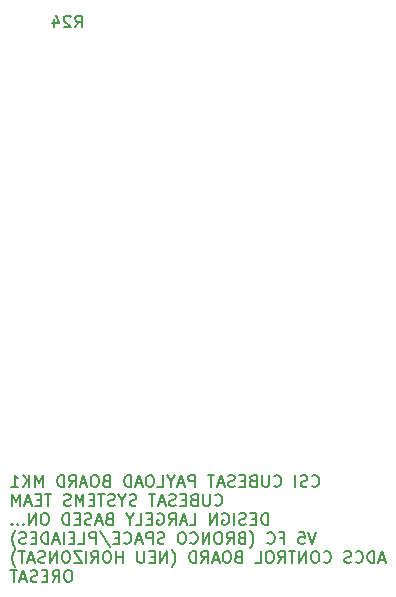
<source format=gbr>
%TF.GenerationSoftware,KiCad,Pcbnew,9.0.0*%
%TF.CreationDate,2025-05-06T20:27:03-04:00*%
%TF.ProjectId,payload_board,7061796c-6f61-4645-9f62-6f6172642e6b,rev?*%
%TF.SameCoordinates,Original*%
%TF.FileFunction,Legend,Bot*%
%TF.FilePolarity,Positive*%
%FSLAX45Y45*%
G04 Gerber Fmt 4.5, Leading zero omitted, Abs format (unit mm)*
G04 Created by KiCad (PCBNEW 9.0.0) date 2025-05-06 20:27:03*
%MOMM*%
%LPD*%
G01*
G04 APERTURE LIST*
%ADD10C,0.150000*%
G04 APERTURE END LIST*
D10*
X21929273Y-12970972D02*
X21934035Y-12975734D01*
X21934035Y-12975734D02*
X21948321Y-12980496D01*
X21948321Y-12980496D02*
X21957845Y-12980496D01*
X21957845Y-12980496D02*
X21972130Y-12975734D01*
X21972130Y-12975734D02*
X21981654Y-12966210D01*
X21981654Y-12966210D02*
X21986416Y-12956686D01*
X21986416Y-12956686D02*
X21991178Y-12937639D01*
X21991178Y-12937639D02*
X21991178Y-12923353D01*
X21991178Y-12923353D02*
X21986416Y-12904305D01*
X21986416Y-12904305D02*
X21981654Y-12894782D01*
X21981654Y-12894782D02*
X21972130Y-12885258D01*
X21972130Y-12885258D02*
X21957845Y-12880496D01*
X21957845Y-12880496D02*
X21948321Y-12880496D01*
X21948321Y-12880496D02*
X21934035Y-12885258D01*
X21934035Y-12885258D02*
X21929273Y-12890020D01*
X21891178Y-12975734D02*
X21876892Y-12980496D01*
X21876892Y-12980496D02*
X21853083Y-12980496D01*
X21853083Y-12980496D02*
X21843559Y-12975734D01*
X21843559Y-12975734D02*
X21838797Y-12970972D01*
X21838797Y-12970972D02*
X21834035Y-12961448D01*
X21834035Y-12961448D02*
X21834035Y-12951924D01*
X21834035Y-12951924D02*
X21838797Y-12942401D01*
X21838797Y-12942401D02*
X21843559Y-12937639D01*
X21843559Y-12937639D02*
X21853083Y-12932877D01*
X21853083Y-12932877D02*
X21872130Y-12928115D01*
X21872130Y-12928115D02*
X21881654Y-12923353D01*
X21881654Y-12923353D02*
X21886416Y-12918591D01*
X21886416Y-12918591D02*
X21891178Y-12909067D01*
X21891178Y-12909067D02*
X21891178Y-12899543D01*
X21891178Y-12899543D02*
X21886416Y-12890020D01*
X21886416Y-12890020D02*
X21881654Y-12885258D01*
X21881654Y-12885258D02*
X21872130Y-12880496D01*
X21872130Y-12880496D02*
X21848321Y-12880496D01*
X21848321Y-12880496D02*
X21834035Y-12885258D01*
X21791178Y-12980496D02*
X21791178Y-12880496D01*
X21610226Y-12970972D02*
X21614988Y-12975734D01*
X21614988Y-12975734D02*
X21629273Y-12980496D01*
X21629273Y-12980496D02*
X21638797Y-12980496D01*
X21638797Y-12980496D02*
X21653083Y-12975734D01*
X21653083Y-12975734D02*
X21662607Y-12966210D01*
X21662607Y-12966210D02*
X21667369Y-12956686D01*
X21667369Y-12956686D02*
X21672130Y-12937639D01*
X21672130Y-12937639D02*
X21672130Y-12923353D01*
X21672130Y-12923353D02*
X21667369Y-12904305D01*
X21667369Y-12904305D02*
X21662607Y-12894782D01*
X21662607Y-12894782D02*
X21653083Y-12885258D01*
X21653083Y-12885258D02*
X21638797Y-12880496D01*
X21638797Y-12880496D02*
X21629273Y-12880496D01*
X21629273Y-12880496D02*
X21614988Y-12885258D01*
X21614988Y-12885258D02*
X21610226Y-12890020D01*
X21567369Y-12880496D02*
X21567369Y-12961448D01*
X21567369Y-12961448D02*
X21562607Y-12970972D01*
X21562607Y-12970972D02*
X21557845Y-12975734D01*
X21557845Y-12975734D02*
X21548321Y-12980496D01*
X21548321Y-12980496D02*
X21529273Y-12980496D01*
X21529273Y-12980496D02*
X21519750Y-12975734D01*
X21519750Y-12975734D02*
X21514988Y-12970972D01*
X21514988Y-12970972D02*
X21510226Y-12961448D01*
X21510226Y-12961448D02*
X21510226Y-12880496D01*
X21429273Y-12928115D02*
X21414988Y-12932877D01*
X21414988Y-12932877D02*
X21410226Y-12937639D01*
X21410226Y-12937639D02*
X21405464Y-12947162D01*
X21405464Y-12947162D02*
X21405464Y-12961448D01*
X21405464Y-12961448D02*
X21410226Y-12970972D01*
X21410226Y-12970972D02*
X21414988Y-12975734D01*
X21414988Y-12975734D02*
X21424511Y-12980496D01*
X21424511Y-12980496D02*
X21462607Y-12980496D01*
X21462607Y-12980496D02*
X21462607Y-12880496D01*
X21462607Y-12880496D02*
X21429273Y-12880496D01*
X21429273Y-12880496D02*
X21419750Y-12885258D01*
X21419750Y-12885258D02*
X21414988Y-12890020D01*
X21414988Y-12890020D02*
X21410226Y-12899543D01*
X21410226Y-12899543D02*
X21410226Y-12909067D01*
X21410226Y-12909067D02*
X21414988Y-12918591D01*
X21414988Y-12918591D02*
X21419750Y-12923353D01*
X21419750Y-12923353D02*
X21429273Y-12928115D01*
X21429273Y-12928115D02*
X21462607Y-12928115D01*
X21362607Y-12928115D02*
X21329273Y-12928115D01*
X21314988Y-12980496D02*
X21362607Y-12980496D01*
X21362607Y-12980496D02*
X21362607Y-12880496D01*
X21362607Y-12880496D02*
X21314988Y-12880496D01*
X21276892Y-12975734D02*
X21262607Y-12980496D01*
X21262607Y-12980496D02*
X21238797Y-12980496D01*
X21238797Y-12980496D02*
X21229273Y-12975734D01*
X21229273Y-12975734D02*
X21224511Y-12970972D01*
X21224511Y-12970972D02*
X21219750Y-12961448D01*
X21219750Y-12961448D02*
X21219750Y-12951924D01*
X21219750Y-12951924D02*
X21224511Y-12942401D01*
X21224511Y-12942401D02*
X21229273Y-12937639D01*
X21229273Y-12937639D02*
X21238797Y-12932877D01*
X21238797Y-12932877D02*
X21257845Y-12928115D01*
X21257845Y-12928115D02*
X21267369Y-12923353D01*
X21267369Y-12923353D02*
X21272130Y-12918591D01*
X21272130Y-12918591D02*
X21276892Y-12909067D01*
X21276892Y-12909067D02*
X21276892Y-12899543D01*
X21276892Y-12899543D02*
X21272130Y-12890020D01*
X21272130Y-12890020D02*
X21267369Y-12885258D01*
X21267369Y-12885258D02*
X21257845Y-12880496D01*
X21257845Y-12880496D02*
X21234035Y-12880496D01*
X21234035Y-12880496D02*
X21219750Y-12885258D01*
X21181654Y-12951924D02*
X21134035Y-12951924D01*
X21191178Y-12980496D02*
X21157845Y-12880496D01*
X21157845Y-12880496D02*
X21124511Y-12980496D01*
X21105464Y-12880496D02*
X21048321Y-12880496D01*
X21076892Y-12980496D02*
X21076892Y-12880496D01*
X20938797Y-12980496D02*
X20938797Y-12880496D01*
X20938797Y-12880496D02*
X20900702Y-12880496D01*
X20900702Y-12880496D02*
X20891178Y-12885258D01*
X20891178Y-12885258D02*
X20886416Y-12890020D01*
X20886416Y-12890020D02*
X20881654Y-12899543D01*
X20881654Y-12899543D02*
X20881654Y-12913829D01*
X20881654Y-12913829D02*
X20886416Y-12923353D01*
X20886416Y-12923353D02*
X20891178Y-12928115D01*
X20891178Y-12928115D02*
X20900702Y-12932877D01*
X20900702Y-12932877D02*
X20938797Y-12932877D01*
X20843559Y-12951924D02*
X20795940Y-12951924D01*
X20853083Y-12980496D02*
X20819749Y-12880496D01*
X20819749Y-12880496D02*
X20786416Y-12980496D01*
X20734035Y-12932877D02*
X20734035Y-12980496D01*
X20767368Y-12880496D02*
X20734035Y-12932877D01*
X20734035Y-12932877D02*
X20700702Y-12880496D01*
X20619749Y-12980496D02*
X20667368Y-12980496D01*
X20667368Y-12980496D02*
X20667368Y-12880496D01*
X20567368Y-12880496D02*
X20548321Y-12880496D01*
X20548321Y-12880496D02*
X20538797Y-12885258D01*
X20538797Y-12885258D02*
X20529273Y-12894782D01*
X20529273Y-12894782D02*
X20524511Y-12913829D01*
X20524511Y-12913829D02*
X20524511Y-12947162D01*
X20524511Y-12947162D02*
X20529273Y-12966210D01*
X20529273Y-12966210D02*
X20538797Y-12975734D01*
X20538797Y-12975734D02*
X20548321Y-12980496D01*
X20548321Y-12980496D02*
X20567368Y-12980496D01*
X20567368Y-12980496D02*
X20576892Y-12975734D01*
X20576892Y-12975734D02*
X20586416Y-12966210D01*
X20586416Y-12966210D02*
X20591178Y-12947162D01*
X20591178Y-12947162D02*
X20591178Y-12913829D01*
X20591178Y-12913829D02*
X20586416Y-12894782D01*
X20586416Y-12894782D02*
X20576892Y-12885258D01*
X20576892Y-12885258D02*
X20567368Y-12880496D01*
X20486416Y-12951924D02*
X20438797Y-12951924D01*
X20495940Y-12980496D02*
X20462607Y-12880496D01*
X20462607Y-12880496D02*
X20429273Y-12980496D01*
X20395940Y-12980496D02*
X20395940Y-12880496D01*
X20395940Y-12880496D02*
X20372130Y-12880496D01*
X20372130Y-12880496D02*
X20357845Y-12885258D01*
X20357845Y-12885258D02*
X20348321Y-12894782D01*
X20348321Y-12894782D02*
X20343559Y-12904305D01*
X20343559Y-12904305D02*
X20338797Y-12923353D01*
X20338797Y-12923353D02*
X20338797Y-12937639D01*
X20338797Y-12937639D02*
X20343559Y-12956686D01*
X20343559Y-12956686D02*
X20348321Y-12966210D01*
X20348321Y-12966210D02*
X20357845Y-12975734D01*
X20357845Y-12975734D02*
X20372130Y-12980496D01*
X20372130Y-12980496D02*
X20395940Y-12980496D01*
X20186416Y-12928115D02*
X20172130Y-12932877D01*
X20172130Y-12932877D02*
X20167368Y-12937639D01*
X20167368Y-12937639D02*
X20162607Y-12947162D01*
X20162607Y-12947162D02*
X20162607Y-12961448D01*
X20162607Y-12961448D02*
X20167368Y-12970972D01*
X20167368Y-12970972D02*
X20172130Y-12975734D01*
X20172130Y-12975734D02*
X20181654Y-12980496D01*
X20181654Y-12980496D02*
X20219749Y-12980496D01*
X20219749Y-12980496D02*
X20219749Y-12880496D01*
X20219749Y-12880496D02*
X20186416Y-12880496D01*
X20186416Y-12880496D02*
X20176892Y-12885258D01*
X20176892Y-12885258D02*
X20172130Y-12890020D01*
X20172130Y-12890020D02*
X20167368Y-12899543D01*
X20167368Y-12899543D02*
X20167368Y-12909067D01*
X20167368Y-12909067D02*
X20172130Y-12918591D01*
X20172130Y-12918591D02*
X20176892Y-12923353D01*
X20176892Y-12923353D02*
X20186416Y-12928115D01*
X20186416Y-12928115D02*
X20219749Y-12928115D01*
X20100702Y-12880496D02*
X20081654Y-12880496D01*
X20081654Y-12880496D02*
X20072130Y-12885258D01*
X20072130Y-12885258D02*
X20062607Y-12894782D01*
X20062607Y-12894782D02*
X20057845Y-12913829D01*
X20057845Y-12913829D02*
X20057845Y-12947162D01*
X20057845Y-12947162D02*
X20062607Y-12966210D01*
X20062607Y-12966210D02*
X20072130Y-12975734D01*
X20072130Y-12975734D02*
X20081654Y-12980496D01*
X20081654Y-12980496D02*
X20100702Y-12980496D01*
X20100702Y-12980496D02*
X20110226Y-12975734D01*
X20110226Y-12975734D02*
X20119749Y-12966210D01*
X20119749Y-12966210D02*
X20124511Y-12947162D01*
X20124511Y-12947162D02*
X20124511Y-12913829D01*
X20124511Y-12913829D02*
X20119749Y-12894782D01*
X20119749Y-12894782D02*
X20110226Y-12885258D01*
X20110226Y-12885258D02*
X20100702Y-12880496D01*
X20019749Y-12951924D02*
X19972130Y-12951924D01*
X20029273Y-12980496D02*
X19995940Y-12880496D01*
X19995940Y-12880496D02*
X19962607Y-12980496D01*
X19872130Y-12980496D02*
X19905464Y-12932877D01*
X19929273Y-12980496D02*
X19929273Y-12880496D01*
X19929273Y-12880496D02*
X19891178Y-12880496D01*
X19891178Y-12880496D02*
X19881654Y-12885258D01*
X19881654Y-12885258D02*
X19876892Y-12890020D01*
X19876892Y-12890020D02*
X19872130Y-12899543D01*
X19872130Y-12899543D02*
X19872130Y-12913829D01*
X19872130Y-12913829D02*
X19876892Y-12923353D01*
X19876892Y-12923353D02*
X19881654Y-12928115D01*
X19881654Y-12928115D02*
X19891178Y-12932877D01*
X19891178Y-12932877D02*
X19929273Y-12932877D01*
X19829273Y-12980496D02*
X19829273Y-12880496D01*
X19829273Y-12880496D02*
X19805464Y-12880496D01*
X19805464Y-12880496D02*
X19791178Y-12885258D01*
X19791178Y-12885258D02*
X19781654Y-12894782D01*
X19781654Y-12894782D02*
X19776892Y-12904305D01*
X19776892Y-12904305D02*
X19772130Y-12923353D01*
X19772130Y-12923353D02*
X19772130Y-12937639D01*
X19772130Y-12937639D02*
X19776892Y-12956686D01*
X19776892Y-12956686D02*
X19781654Y-12966210D01*
X19781654Y-12966210D02*
X19791178Y-12975734D01*
X19791178Y-12975734D02*
X19805464Y-12980496D01*
X19805464Y-12980496D02*
X19829273Y-12980496D01*
X19653083Y-12980496D02*
X19653083Y-12880496D01*
X19653083Y-12880496D02*
X19619749Y-12951924D01*
X19619749Y-12951924D02*
X19586416Y-12880496D01*
X19586416Y-12880496D02*
X19586416Y-12980496D01*
X19538797Y-12980496D02*
X19538797Y-12880496D01*
X19481654Y-12980496D02*
X19524511Y-12923353D01*
X19481654Y-12880496D02*
X19538797Y-12937639D01*
X19386416Y-12980496D02*
X19443559Y-12980496D01*
X19414987Y-12980496D02*
X19414987Y-12880496D01*
X19414987Y-12880496D02*
X19424511Y-12894782D01*
X19424511Y-12894782D02*
X19434035Y-12904305D01*
X19434035Y-12904305D02*
X19443559Y-12909067D01*
X21110226Y-13131966D02*
X21114988Y-13136728D01*
X21114988Y-13136728D02*
X21129273Y-13141490D01*
X21129273Y-13141490D02*
X21138797Y-13141490D01*
X21138797Y-13141490D02*
X21153083Y-13136728D01*
X21153083Y-13136728D02*
X21162607Y-13127204D01*
X21162607Y-13127204D02*
X21167369Y-13117681D01*
X21167369Y-13117681D02*
X21172130Y-13098633D01*
X21172130Y-13098633D02*
X21172130Y-13084347D01*
X21172130Y-13084347D02*
X21167369Y-13065300D01*
X21167369Y-13065300D02*
X21162607Y-13055776D01*
X21162607Y-13055776D02*
X21153083Y-13046252D01*
X21153083Y-13046252D02*
X21138797Y-13041490D01*
X21138797Y-13041490D02*
X21129273Y-13041490D01*
X21129273Y-13041490D02*
X21114988Y-13046252D01*
X21114988Y-13046252D02*
X21110226Y-13051014D01*
X21067369Y-13041490D02*
X21067369Y-13122443D01*
X21067369Y-13122443D02*
X21062607Y-13131966D01*
X21062607Y-13131966D02*
X21057845Y-13136728D01*
X21057845Y-13136728D02*
X21048321Y-13141490D01*
X21048321Y-13141490D02*
X21029273Y-13141490D01*
X21029273Y-13141490D02*
X21019750Y-13136728D01*
X21019750Y-13136728D02*
X21014988Y-13131966D01*
X21014988Y-13131966D02*
X21010226Y-13122443D01*
X21010226Y-13122443D02*
X21010226Y-13041490D01*
X20929273Y-13089109D02*
X20914988Y-13093871D01*
X20914988Y-13093871D02*
X20910226Y-13098633D01*
X20910226Y-13098633D02*
X20905464Y-13108157D01*
X20905464Y-13108157D02*
X20905464Y-13122443D01*
X20905464Y-13122443D02*
X20910226Y-13131966D01*
X20910226Y-13131966D02*
X20914988Y-13136728D01*
X20914988Y-13136728D02*
X20924511Y-13141490D01*
X20924511Y-13141490D02*
X20962607Y-13141490D01*
X20962607Y-13141490D02*
X20962607Y-13041490D01*
X20962607Y-13041490D02*
X20929273Y-13041490D01*
X20929273Y-13041490D02*
X20919750Y-13046252D01*
X20919750Y-13046252D02*
X20914988Y-13051014D01*
X20914988Y-13051014D02*
X20910226Y-13060538D01*
X20910226Y-13060538D02*
X20910226Y-13070062D01*
X20910226Y-13070062D02*
X20914988Y-13079585D01*
X20914988Y-13079585D02*
X20919750Y-13084347D01*
X20919750Y-13084347D02*
X20929273Y-13089109D01*
X20929273Y-13089109D02*
X20962607Y-13089109D01*
X20862607Y-13089109D02*
X20829273Y-13089109D01*
X20814988Y-13141490D02*
X20862607Y-13141490D01*
X20862607Y-13141490D02*
X20862607Y-13041490D01*
X20862607Y-13041490D02*
X20814988Y-13041490D01*
X20776892Y-13136728D02*
X20762607Y-13141490D01*
X20762607Y-13141490D02*
X20738797Y-13141490D01*
X20738797Y-13141490D02*
X20729273Y-13136728D01*
X20729273Y-13136728D02*
X20724511Y-13131966D01*
X20724511Y-13131966D02*
X20719750Y-13122443D01*
X20719750Y-13122443D02*
X20719750Y-13112919D01*
X20719750Y-13112919D02*
X20724511Y-13103395D01*
X20724511Y-13103395D02*
X20729273Y-13098633D01*
X20729273Y-13098633D02*
X20738797Y-13093871D01*
X20738797Y-13093871D02*
X20757845Y-13089109D01*
X20757845Y-13089109D02*
X20767369Y-13084347D01*
X20767369Y-13084347D02*
X20772130Y-13079585D01*
X20772130Y-13079585D02*
X20776892Y-13070062D01*
X20776892Y-13070062D02*
X20776892Y-13060538D01*
X20776892Y-13060538D02*
X20772130Y-13051014D01*
X20772130Y-13051014D02*
X20767369Y-13046252D01*
X20767369Y-13046252D02*
X20757845Y-13041490D01*
X20757845Y-13041490D02*
X20734035Y-13041490D01*
X20734035Y-13041490D02*
X20719750Y-13046252D01*
X20681654Y-13112919D02*
X20634035Y-13112919D01*
X20691178Y-13141490D02*
X20657845Y-13041490D01*
X20657845Y-13041490D02*
X20624511Y-13141490D01*
X20605464Y-13041490D02*
X20548321Y-13041490D01*
X20576892Y-13141490D02*
X20576892Y-13041490D01*
X20443559Y-13136728D02*
X20429273Y-13141490D01*
X20429273Y-13141490D02*
X20405464Y-13141490D01*
X20405464Y-13141490D02*
X20395940Y-13136728D01*
X20395940Y-13136728D02*
X20391178Y-13131966D01*
X20391178Y-13131966D02*
X20386416Y-13122443D01*
X20386416Y-13122443D02*
X20386416Y-13112919D01*
X20386416Y-13112919D02*
X20391178Y-13103395D01*
X20391178Y-13103395D02*
X20395940Y-13098633D01*
X20395940Y-13098633D02*
X20405464Y-13093871D01*
X20405464Y-13093871D02*
X20424511Y-13089109D01*
X20424511Y-13089109D02*
X20434035Y-13084347D01*
X20434035Y-13084347D02*
X20438797Y-13079585D01*
X20438797Y-13079585D02*
X20443559Y-13070062D01*
X20443559Y-13070062D02*
X20443559Y-13060538D01*
X20443559Y-13060538D02*
X20438797Y-13051014D01*
X20438797Y-13051014D02*
X20434035Y-13046252D01*
X20434035Y-13046252D02*
X20424511Y-13041490D01*
X20424511Y-13041490D02*
X20400702Y-13041490D01*
X20400702Y-13041490D02*
X20386416Y-13046252D01*
X20324511Y-13093871D02*
X20324511Y-13141490D01*
X20357845Y-13041490D02*
X20324511Y-13093871D01*
X20324511Y-13093871D02*
X20291178Y-13041490D01*
X20262607Y-13136728D02*
X20248321Y-13141490D01*
X20248321Y-13141490D02*
X20224511Y-13141490D01*
X20224511Y-13141490D02*
X20214988Y-13136728D01*
X20214988Y-13136728D02*
X20210226Y-13131966D01*
X20210226Y-13131966D02*
X20205464Y-13122443D01*
X20205464Y-13122443D02*
X20205464Y-13112919D01*
X20205464Y-13112919D02*
X20210226Y-13103395D01*
X20210226Y-13103395D02*
X20214988Y-13098633D01*
X20214988Y-13098633D02*
X20224511Y-13093871D01*
X20224511Y-13093871D02*
X20243559Y-13089109D01*
X20243559Y-13089109D02*
X20253083Y-13084347D01*
X20253083Y-13084347D02*
X20257845Y-13079585D01*
X20257845Y-13079585D02*
X20262607Y-13070062D01*
X20262607Y-13070062D02*
X20262607Y-13060538D01*
X20262607Y-13060538D02*
X20257845Y-13051014D01*
X20257845Y-13051014D02*
X20253083Y-13046252D01*
X20253083Y-13046252D02*
X20243559Y-13041490D01*
X20243559Y-13041490D02*
X20219749Y-13041490D01*
X20219749Y-13041490D02*
X20205464Y-13046252D01*
X20176892Y-13041490D02*
X20119749Y-13041490D01*
X20148321Y-13141490D02*
X20148321Y-13041490D01*
X20086416Y-13089109D02*
X20053083Y-13089109D01*
X20038797Y-13141490D02*
X20086416Y-13141490D01*
X20086416Y-13141490D02*
X20086416Y-13041490D01*
X20086416Y-13041490D02*
X20038797Y-13041490D01*
X19995940Y-13141490D02*
X19995940Y-13041490D01*
X19995940Y-13041490D02*
X19962607Y-13112919D01*
X19962607Y-13112919D02*
X19929273Y-13041490D01*
X19929273Y-13041490D02*
X19929273Y-13141490D01*
X19886416Y-13136728D02*
X19872130Y-13141490D01*
X19872130Y-13141490D02*
X19848321Y-13141490D01*
X19848321Y-13141490D02*
X19838797Y-13136728D01*
X19838797Y-13136728D02*
X19834035Y-13131966D01*
X19834035Y-13131966D02*
X19829273Y-13122443D01*
X19829273Y-13122443D02*
X19829273Y-13112919D01*
X19829273Y-13112919D02*
X19834035Y-13103395D01*
X19834035Y-13103395D02*
X19838797Y-13098633D01*
X19838797Y-13098633D02*
X19848321Y-13093871D01*
X19848321Y-13093871D02*
X19867368Y-13089109D01*
X19867368Y-13089109D02*
X19876892Y-13084347D01*
X19876892Y-13084347D02*
X19881654Y-13079585D01*
X19881654Y-13079585D02*
X19886416Y-13070062D01*
X19886416Y-13070062D02*
X19886416Y-13060538D01*
X19886416Y-13060538D02*
X19881654Y-13051014D01*
X19881654Y-13051014D02*
X19876892Y-13046252D01*
X19876892Y-13046252D02*
X19867368Y-13041490D01*
X19867368Y-13041490D02*
X19843559Y-13041490D01*
X19843559Y-13041490D02*
X19829273Y-13046252D01*
X19724511Y-13041490D02*
X19667368Y-13041490D01*
X19695940Y-13141490D02*
X19695940Y-13041490D01*
X19634035Y-13089109D02*
X19600702Y-13089109D01*
X19586416Y-13141490D02*
X19634035Y-13141490D01*
X19634035Y-13141490D02*
X19634035Y-13041490D01*
X19634035Y-13041490D02*
X19586416Y-13041490D01*
X19548321Y-13112919D02*
X19500702Y-13112919D01*
X19557845Y-13141490D02*
X19524511Y-13041490D01*
X19524511Y-13041490D02*
X19491178Y-13141490D01*
X19457845Y-13141490D02*
X19457845Y-13041490D01*
X19457845Y-13041490D02*
X19424511Y-13112919D01*
X19424511Y-13112919D02*
X19391178Y-13041490D01*
X19391178Y-13041490D02*
X19391178Y-13141490D01*
X21557845Y-13302485D02*
X21557845Y-13202485D01*
X21557845Y-13202485D02*
X21534035Y-13202485D01*
X21534035Y-13202485D02*
X21519749Y-13207247D01*
X21519749Y-13207247D02*
X21510226Y-13216770D01*
X21510226Y-13216770D02*
X21505464Y-13226294D01*
X21505464Y-13226294D02*
X21500702Y-13245342D01*
X21500702Y-13245342D02*
X21500702Y-13259627D01*
X21500702Y-13259627D02*
X21505464Y-13278675D01*
X21505464Y-13278675D02*
X21510226Y-13288199D01*
X21510226Y-13288199D02*
X21519749Y-13297723D01*
X21519749Y-13297723D02*
X21534035Y-13302485D01*
X21534035Y-13302485D02*
X21557845Y-13302485D01*
X21457845Y-13250104D02*
X21424511Y-13250104D01*
X21410226Y-13302485D02*
X21457845Y-13302485D01*
X21457845Y-13302485D02*
X21457845Y-13202485D01*
X21457845Y-13202485D02*
X21410226Y-13202485D01*
X21372130Y-13297723D02*
X21357845Y-13302485D01*
X21357845Y-13302485D02*
X21334035Y-13302485D01*
X21334035Y-13302485D02*
X21324511Y-13297723D01*
X21324511Y-13297723D02*
X21319749Y-13292961D01*
X21319749Y-13292961D02*
X21314987Y-13283437D01*
X21314987Y-13283437D02*
X21314987Y-13273913D01*
X21314987Y-13273913D02*
X21319749Y-13264389D01*
X21319749Y-13264389D02*
X21324511Y-13259627D01*
X21324511Y-13259627D02*
X21334035Y-13254866D01*
X21334035Y-13254866D02*
X21353083Y-13250104D01*
X21353083Y-13250104D02*
X21362606Y-13245342D01*
X21362606Y-13245342D02*
X21367368Y-13240580D01*
X21367368Y-13240580D02*
X21372130Y-13231056D01*
X21372130Y-13231056D02*
X21372130Y-13221532D01*
X21372130Y-13221532D02*
X21367368Y-13212008D01*
X21367368Y-13212008D02*
X21362606Y-13207247D01*
X21362606Y-13207247D02*
X21353083Y-13202485D01*
X21353083Y-13202485D02*
X21329273Y-13202485D01*
X21329273Y-13202485D02*
X21314987Y-13207247D01*
X21272130Y-13302485D02*
X21272130Y-13202485D01*
X21172130Y-13207247D02*
X21181654Y-13202485D01*
X21181654Y-13202485D02*
X21195940Y-13202485D01*
X21195940Y-13202485D02*
X21210226Y-13207247D01*
X21210226Y-13207247D02*
X21219749Y-13216770D01*
X21219749Y-13216770D02*
X21224511Y-13226294D01*
X21224511Y-13226294D02*
X21229273Y-13245342D01*
X21229273Y-13245342D02*
X21229273Y-13259627D01*
X21229273Y-13259627D02*
X21224511Y-13278675D01*
X21224511Y-13278675D02*
X21219749Y-13288199D01*
X21219749Y-13288199D02*
X21210226Y-13297723D01*
X21210226Y-13297723D02*
X21195940Y-13302485D01*
X21195940Y-13302485D02*
X21186416Y-13302485D01*
X21186416Y-13302485D02*
X21172130Y-13297723D01*
X21172130Y-13297723D02*
X21167368Y-13292961D01*
X21167368Y-13292961D02*
X21167368Y-13259627D01*
X21167368Y-13259627D02*
X21186416Y-13259627D01*
X21124511Y-13302485D02*
X21124511Y-13202485D01*
X21124511Y-13202485D02*
X21067368Y-13302485D01*
X21067368Y-13302485D02*
X21067368Y-13202485D01*
X20895940Y-13302485D02*
X20943559Y-13302485D01*
X20943559Y-13302485D02*
X20943559Y-13202485D01*
X20867368Y-13273913D02*
X20819749Y-13273913D01*
X20876892Y-13302485D02*
X20843559Y-13202485D01*
X20843559Y-13202485D02*
X20810226Y-13302485D01*
X20719749Y-13302485D02*
X20753083Y-13254866D01*
X20776892Y-13302485D02*
X20776892Y-13202485D01*
X20776892Y-13202485D02*
X20738797Y-13202485D01*
X20738797Y-13202485D02*
X20729273Y-13207247D01*
X20729273Y-13207247D02*
X20724511Y-13212008D01*
X20724511Y-13212008D02*
X20719749Y-13221532D01*
X20719749Y-13221532D02*
X20719749Y-13235818D01*
X20719749Y-13235818D02*
X20724511Y-13245342D01*
X20724511Y-13245342D02*
X20729273Y-13250104D01*
X20729273Y-13250104D02*
X20738797Y-13254866D01*
X20738797Y-13254866D02*
X20776892Y-13254866D01*
X20624511Y-13207247D02*
X20634035Y-13202485D01*
X20634035Y-13202485D02*
X20648321Y-13202485D01*
X20648321Y-13202485D02*
X20662606Y-13207247D01*
X20662606Y-13207247D02*
X20672130Y-13216770D01*
X20672130Y-13216770D02*
X20676892Y-13226294D01*
X20676892Y-13226294D02*
X20681654Y-13245342D01*
X20681654Y-13245342D02*
X20681654Y-13259627D01*
X20681654Y-13259627D02*
X20676892Y-13278675D01*
X20676892Y-13278675D02*
X20672130Y-13288199D01*
X20672130Y-13288199D02*
X20662606Y-13297723D01*
X20662606Y-13297723D02*
X20648321Y-13302485D01*
X20648321Y-13302485D02*
X20638797Y-13302485D01*
X20638797Y-13302485D02*
X20624511Y-13297723D01*
X20624511Y-13297723D02*
X20619749Y-13292961D01*
X20619749Y-13292961D02*
X20619749Y-13259627D01*
X20619749Y-13259627D02*
X20638797Y-13259627D01*
X20576892Y-13250104D02*
X20543559Y-13250104D01*
X20529273Y-13302485D02*
X20576892Y-13302485D01*
X20576892Y-13302485D02*
X20576892Y-13202485D01*
X20576892Y-13202485D02*
X20529273Y-13202485D01*
X20438797Y-13302485D02*
X20486416Y-13302485D01*
X20486416Y-13302485D02*
X20486416Y-13202485D01*
X20386416Y-13254866D02*
X20386416Y-13302485D01*
X20419749Y-13202485D02*
X20386416Y-13254866D01*
X20386416Y-13254866D02*
X20353083Y-13202485D01*
X20210225Y-13250104D02*
X20195940Y-13254866D01*
X20195940Y-13254866D02*
X20191178Y-13259627D01*
X20191178Y-13259627D02*
X20186416Y-13269151D01*
X20186416Y-13269151D02*
X20186416Y-13283437D01*
X20186416Y-13283437D02*
X20191178Y-13292961D01*
X20191178Y-13292961D02*
X20195940Y-13297723D01*
X20195940Y-13297723D02*
X20205464Y-13302485D01*
X20205464Y-13302485D02*
X20243559Y-13302485D01*
X20243559Y-13302485D02*
X20243559Y-13202485D01*
X20243559Y-13202485D02*
X20210225Y-13202485D01*
X20210225Y-13202485D02*
X20200702Y-13207247D01*
X20200702Y-13207247D02*
X20195940Y-13212008D01*
X20195940Y-13212008D02*
X20191178Y-13221532D01*
X20191178Y-13221532D02*
X20191178Y-13231056D01*
X20191178Y-13231056D02*
X20195940Y-13240580D01*
X20195940Y-13240580D02*
X20200702Y-13245342D01*
X20200702Y-13245342D02*
X20210225Y-13250104D01*
X20210225Y-13250104D02*
X20243559Y-13250104D01*
X20148321Y-13273913D02*
X20100702Y-13273913D01*
X20157844Y-13302485D02*
X20124511Y-13202485D01*
X20124511Y-13202485D02*
X20091178Y-13302485D01*
X20062606Y-13297723D02*
X20048321Y-13302485D01*
X20048321Y-13302485D02*
X20024511Y-13302485D01*
X20024511Y-13302485D02*
X20014987Y-13297723D01*
X20014987Y-13297723D02*
X20010225Y-13292961D01*
X20010225Y-13292961D02*
X20005464Y-13283437D01*
X20005464Y-13283437D02*
X20005464Y-13273913D01*
X20005464Y-13273913D02*
X20010225Y-13264389D01*
X20010225Y-13264389D02*
X20014987Y-13259627D01*
X20014987Y-13259627D02*
X20024511Y-13254866D01*
X20024511Y-13254866D02*
X20043559Y-13250104D01*
X20043559Y-13250104D02*
X20053083Y-13245342D01*
X20053083Y-13245342D02*
X20057844Y-13240580D01*
X20057844Y-13240580D02*
X20062606Y-13231056D01*
X20062606Y-13231056D02*
X20062606Y-13221532D01*
X20062606Y-13221532D02*
X20057844Y-13212008D01*
X20057844Y-13212008D02*
X20053083Y-13207247D01*
X20053083Y-13207247D02*
X20043559Y-13202485D01*
X20043559Y-13202485D02*
X20019749Y-13202485D01*
X20019749Y-13202485D02*
X20005464Y-13207247D01*
X19962606Y-13250104D02*
X19929273Y-13250104D01*
X19914987Y-13302485D02*
X19962606Y-13302485D01*
X19962606Y-13302485D02*
X19962606Y-13202485D01*
X19962606Y-13202485D02*
X19914987Y-13202485D01*
X19872130Y-13302485D02*
X19872130Y-13202485D01*
X19872130Y-13202485D02*
X19848321Y-13202485D01*
X19848321Y-13202485D02*
X19834035Y-13207247D01*
X19834035Y-13207247D02*
X19824511Y-13216770D01*
X19824511Y-13216770D02*
X19819749Y-13226294D01*
X19819749Y-13226294D02*
X19814987Y-13245342D01*
X19814987Y-13245342D02*
X19814987Y-13259627D01*
X19814987Y-13259627D02*
X19819749Y-13278675D01*
X19819749Y-13278675D02*
X19824511Y-13288199D01*
X19824511Y-13288199D02*
X19834035Y-13297723D01*
X19834035Y-13297723D02*
X19848321Y-13302485D01*
X19848321Y-13302485D02*
X19872130Y-13302485D01*
X19676892Y-13202485D02*
X19657844Y-13202485D01*
X19657844Y-13202485D02*
X19648321Y-13207247D01*
X19648321Y-13207247D02*
X19638797Y-13216770D01*
X19638797Y-13216770D02*
X19634035Y-13235818D01*
X19634035Y-13235818D02*
X19634035Y-13269151D01*
X19634035Y-13269151D02*
X19638797Y-13288199D01*
X19638797Y-13288199D02*
X19648321Y-13297723D01*
X19648321Y-13297723D02*
X19657844Y-13302485D01*
X19657844Y-13302485D02*
X19676892Y-13302485D01*
X19676892Y-13302485D02*
X19686416Y-13297723D01*
X19686416Y-13297723D02*
X19695940Y-13288199D01*
X19695940Y-13288199D02*
X19700702Y-13269151D01*
X19700702Y-13269151D02*
X19700702Y-13235818D01*
X19700702Y-13235818D02*
X19695940Y-13216770D01*
X19695940Y-13216770D02*
X19686416Y-13207247D01*
X19686416Y-13207247D02*
X19676892Y-13202485D01*
X19591178Y-13302485D02*
X19591178Y-13202485D01*
X19591178Y-13202485D02*
X19534035Y-13302485D01*
X19534035Y-13302485D02*
X19534035Y-13202485D01*
X19486416Y-13292961D02*
X19481654Y-13297723D01*
X19481654Y-13297723D02*
X19486416Y-13302485D01*
X19486416Y-13302485D02*
X19491178Y-13297723D01*
X19491178Y-13297723D02*
X19486416Y-13292961D01*
X19486416Y-13292961D02*
X19486416Y-13302485D01*
X19438797Y-13292961D02*
X19434035Y-13297723D01*
X19434035Y-13297723D02*
X19438797Y-13302485D01*
X19438797Y-13302485D02*
X19443559Y-13297723D01*
X19443559Y-13297723D02*
X19438797Y-13292961D01*
X19438797Y-13292961D02*
X19438797Y-13302485D01*
X19391178Y-13292961D02*
X19386416Y-13297723D01*
X19386416Y-13297723D02*
X19391178Y-13302485D01*
X19391178Y-13302485D02*
X19395940Y-13297723D01*
X19395940Y-13297723D02*
X19391178Y-13292961D01*
X19391178Y-13292961D02*
X19391178Y-13302485D01*
X21967369Y-13363479D02*
X21934035Y-13463479D01*
X21934035Y-13463479D02*
X21900702Y-13363479D01*
X21819750Y-13363479D02*
X21867369Y-13363479D01*
X21867369Y-13363479D02*
X21872130Y-13411098D01*
X21872130Y-13411098D02*
X21867369Y-13406336D01*
X21867369Y-13406336D02*
X21857845Y-13401574D01*
X21857845Y-13401574D02*
X21834035Y-13401574D01*
X21834035Y-13401574D02*
X21824511Y-13406336D01*
X21824511Y-13406336D02*
X21819750Y-13411098D01*
X21819750Y-13411098D02*
X21814988Y-13420622D01*
X21814988Y-13420622D02*
X21814988Y-13444431D01*
X21814988Y-13444431D02*
X21819750Y-13453955D01*
X21819750Y-13453955D02*
X21824511Y-13458717D01*
X21824511Y-13458717D02*
X21834035Y-13463479D01*
X21834035Y-13463479D02*
X21857845Y-13463479D01*
X21857845Y-13463479D02*
X21867369Y-13458717D01*
X21867369Y-13458717D02*
X21872130Y-13453955D01*
X21662607Y-13411098D02*
X21695940Y-13411098D01*
X21695940Y-13463479D02*
X21695940Y-13363479D01*
X21695940Y-13363479D02*
X21648321Y-13363479D01*
X21553083Y-13453955D02*
X21557845Y-13458717D01*
X21557845Y-13458717D02*
X21572130Y-13463479D01*
X21572130Y-13463479D02*
X21581654Y-13463479D01*
X21581654Y-13463479D02*
X21595940Y-13458717D01*
X21595940Y-13458717D02*
X21605464Y-13449193D01*
X21605464Y-13449193D02*
X21610226Y-13439669D01*
X21610226Y-13439669D02*
X21614988Y-13420622D01*
X21614988Y-13420622D02*
X21614988Y-13406336D01*
X21614988Y-13406336D02*
X21610226Y-13387289D01*
X21610226Y-13387289D02*
X21605464Y-13377765D01*
X21605464Y-13377765D02*
X21595940Y-13368241D01*
X21595940Y-13368241D02*
X21581654Y-13363479D01*
X21581654Y-13363479D02*
X21572130Y-13363479D01*
X21572130Y-13363479D02*
X21557845Y-13368241D01*
X21557845Y-13368241D02*
X21553083Y-13373003D01*
X21405464Y-13501574D02*
X21410226Y-13496812D01*
X21410226Y-13496812D02*
X21419749Y-13482527D01*
X21419749Y-13482527D02*
X21424511Y-13473003D01*
X21424511Y-13473003D02*
X21429273Y-13458717D01*
X21429273Y-13458717D02*
X21434035Y-13434908D01*
X21434035Y-13434908D02*
X21434035Y-13415860D01*
X21434035Y-13415860D02*
X21429273Y-13392050D01*
X21429273Y-13392050D02*
X21424511Y-13377765D01*
X21424511Y-13377765D02*
X21419749Y-13368241D01*
X21419749Y-13368241D02*
X21410226Y-13353955D01*
X21410226Y-13353955D02*
X21405464Y-13349193D01*
X21334035Y-13411098D02*
X21319749Y-13415860D01*
X21319749Y-13415860D02*
X21314988Y-13420622D01*
X21314988Y-13420622D02*
X21310226Y-13430146D01*
X21310226Y-13430146D02*
X21310226Y-13444431D01*
X21310226Y-13444431D02*
X21314988Y-13453955D01*
X21314988Y-13453955D02*
X21319749Y-13458717D01*
X21319749Y-13458717D02*
X21329273Y-13463479D01*
X21329273Y-13463479D02*
X21367368Y-13463479D01*
X21367368Y-13463479D02*
X21367368Y-13363479D01*
X21367368Y-13363479D02*
X21334035Y-13363479D01*
X21334035Y-13363479D02*
X21324511Y-13368241D01*
X21324511Y-13368241D02*
X21319749Y-13373003D01*
X21319749Y-13373003D02*
X21314988Y-13382527D01*
X21314988Y-13382527D02*
X21314988Y-13392050D01*
X21314988Y-13392050D02*
X21319749Y-13401574D01*
X21319749Y-13401574D02*
X21324511Y-13406336D01*
X21324511Y-13406336D02*
X21334035Y-13411098D01*
X21334035Y-13411098D02*
X21367368Y-13411098D01*
X21210226Y-13463479D02*
X21243559Y-13415860D01*
X21267368Y-13463479D02*
X21267368Y-13363479D01*
X21267368Y-13363479D02*
X21229273Y-13363479D01*
X21229273Y-13363479D02*
X21219749Y-13368241D01*
X21219749Y-13368241D02*
X21214988Y-13373003D01*
X21214988Y-13373003D02*
X21210226Y-13382527D01*
X21210226Y-13382527D02*
X21210226Y-13396812D01*
X21210226Y-13396812D02*
X21214988Y-13406336D01*
X21214988Y-13406336D02*
X21219749Y-13411098D01*
X21219749Y-13411098D02*
X21229273Y-13415860D01*
X21229273Y-13415860D02*
X21267368Y-13415860D01*
X21148321Y-13363479D02*
X21129273Y-13363479D01*
X21129273Y-13363479D02*
X21119749Y-13368241D01*
X21119749Y-13368241D02*
X21110226Y-13377765D01*
X21110226Y-13377765D02*
X21105464Y-13396812D01*
X21105464Y-13396812D02*
X21105464Y-13430146D01*
X21105464Y-13430146D02*
X21110226Y-13449193D01*
X21110226Y-13449193D02*
X21119749Y-13458717D01*
X21119749Y-13458717D02*
X21129273Y-13463479D01*
X21129273Y-13463479D02*
X21148321Y-13463479D01*
X21148321Y-13463479D02*
X21157845Y-13458717D01*
X21157845Y-13458717D02*
X21167368Y-13449193D01*
X21167368Y-13449193D02*
X21172130Y-13430146D01*
X21172130Y-13430146D02*
X21172130Y-13396812D01*
X21172130Y-13396812D02*
X21167368Y-13377765D01*
X21167368Y-13377765D02*
X21157845Y-13368241D01*
X21157845Y-13368241D02*
X21148321Y-13363479D01*
X21062607Y-13463479D02*
X21062607Y-13363479D01*
X21062607Y-13363479D02*
X21005464Y-13463479D01*
X21005464Y-13463479D02*
X21005464Y-13363479D01*
X20900702Y-13453955D02*
X20905464Y-13458717D01*
X20905464Y-13458717D02*
X20919749Y-13463479D01*
X20919749Y-13463479D02*
X20929273Y-13463479D01*
X20929273Y-13463479D02*
X20943559Y-13458717D01*
X20943559Y-13458717D02*
X20953083Y-13449193D01*
X20953083Y-13449193D02*
X20957845Y-13439669D01*
X20957845Y-13439669D02*
X20962607Y-13420622D01*
X20962607Y-13420622D02*
X20962607Y-13406336D01*
X20962607Y-13406336D02*
X20957845Y-13387289D01*
X20957845Y-13387289D02*
X20953083Y-13377765D01*
X20953083Y-13377765D02*
X20943559Y-13368241D01*
X20943559Y-13368241D02*
X20929273Y-13363479D01*
X20929273Y-13363479D02*
X20919749Y-13363479D01*
X20919749Y-13363479D02*
X20905464Y-13368241D01*
X20905464Y-13368241D02*
X20900702Y-13373003D01*
X20838797Y-13363479D02*
X20819749Y-13363479D01*
X20819749Y-13363479D02*
X20810226Y-13368241D01*
X20810226Y-13368241D02*
X20800702Y-13377765D01*
X20800702Y-13377765D02*
X20795940Y-13396812D01*
X20795940Y-13396812D02*
X20795940Y-13430146D01*
X20795940Y-13430146D02*
X20800702Y-13449193D01*
X20800702Y-13449193D02*
X20810226Y-13458717D01*
X20810226Y-13458717D02*
X20819749Y-13463479D01*
X20819749Y-13463479D02*
X20838797Y-13463479D01*
X20838797Y-13463479D02*
X20848321Y-13458717D01*
X20848321Y-13458717D02*
X20857845Y-13449193D01*
X20857845Y-13449193D02*
X20862607Y-13430146D01*
X20862607Y-13430146D02*
X20862607Y-13396812D01*
X20862607Y-13396812D02*
X20857845Y-13377765D01*
X20857845Y-13377765D02*
X20848321Y-13368241D01*
X20848321Y-13368241D02*
X20838797Y-13363479D01*
X20681654Y-13458717D02*
X20667368Y-13463479D01*
X20667368Y-13463479D02*
X20643559Y-13463479D01*
X20643559Y-13463479D02*
X20634035Y-13458717D01*
X20634035Y-13458717D02*
X20629273Y-13453955D01*
X20629273Y-13453955D02*
X20624511Y-13444431D01*
X20624511Y-13444431D02*
X20624511Y-13434908D01*
X20624511Y-13434908D02*
X20629273Y-13425384D01*
X20629273Y-13425384D02*
X20634035Y-13420622D01*
X20634035Y-13420622D02*
X20643559Y-13415860D01*
X20643559Y-13415860D02*
X20662607Y-13411098D01*
X20662607Y-13411098D02*
X20672130Y-13406336D01*
X20672130Y-13406336D02*
X20676892Y-13401574D01*
X20676892Y-13401574D02*
X20681654Y-13392050D01*
X20681654Y-13392050D02*
X20681654Y-13382527D01*
X20681654Y-13382527D02*
X20676892Y-13373003D01*
X20676892Y-13373003D02*
X20672130Y-13368241D01*
X20672130Y-13368241D02*
X20662607Y-13363479D01*
X20662607Y-13363479D02*
X20638797Y-13363479D01*
X20638797Y-13363479D02*
X20624511Y-13368241D01*
X20581654Y-13463479D02*
X20581654Y-13363479D01*
X20581654Y-13363479D02*
X20543559Y-13363479D01*
X20543559Y-13363479D02*
X20534035Y-13368241D01*
X20534035Y-13368241D02*
X20529273Y-13373003D01*
X20529273Y-13373003D02*
X20524511Y-13382527D01*
X20524511Y-13382527D02*
X20524511Y-13396812D01*
X20524511Y-13396812D02*
X20529273Y-13406336D01*
X20529273Y-13406336D02*
X20534035Y-13411098D01*
X20534035Y-13411098D02*
X20543559Y-13415860D01*
X20543559Y-13415860D02*
X20581654Y-13415860D01*
X20486416Y-13434908D02*
X20438797Y-13434908D01*
X20495940Y-13463479D02*
X20462607Y-13363479D01*
X20462607Y-13363479D02*
X20429273Y-13463479D01*
X20338797Y-13453955D02*
X20343559Y-13458717D01*
X20343559Y-13458717D02*
X20357845Y-13463479D01*
X20357845Y-13463479D02*
X20367368Y-13463479D01*
X20367368Y-13463479D02*
X20381654Y-13458717D01*
X20381654Y-13458717D02*
X20391178Y-13449193D01*
X20391178Y-13449193D02*
X20395940Y-13439669D01*
X20395940Y-13439669D02*
X20400702Y-13420622D01*
X20400702Y-13420622D02*
X20400702Y-13406336D01*
X20400702Y-13406336D02*
X20395940Y-13387289D01*
X20395940Y-13387289D02*
X20391178Y-13377765D01*
X20391178Y-13377765D02*
X20381654Y-13368241D01*
X20381654Y-13368241D02*
X20367368Y-13363479D01*
X20367368Y-13363479D02*
X20357845Y-13363479D01*
X20357845Y-13363479D02*
X20343559Y-13368241D01*
X20343559Y-13368241D02*
X20338797Y-13373003D01*
X20295940Y-13411098D02*
X20262607Y-13411098D01*
X20248321Y-13463479D02*
X20295940Y-13463479D01*
X20295940Y-13463479D02*
X20295940Y-13363479D01*
X20295940Y-13363479D02*
X20248321Y-13363479D01*
X20134035Y-13358717D02*
X20219749Y-13487289D01*
X20100702Y-13463479D02*
X20100702Y-13363479D01*
X20100702Y-13363479D02*
X20062607Y-13363479D01*
X20062607Y-13363479D02*
X20053083Y-13368241D01*
X20053083Y-13368241D02*
X20048321Y-13373003D01*
X20048321Y-13373003D02*
X20043559Y-13382527D01*
X20043559Y-13382527D02*
X20043559Y-13396812D01*
X20043559Y-13396812D02*
X20048321Y-13406336D01*
X20048321Y-13406336D02*
X20053083Y-13411098D01*
X20053083Y-13411098D02*
X20062607Y-13415860D01*
X20062607Y-13415860D02*
X20100702Y-13415860D01*
X19953083Y-13463479D02*
X20000702Y-13463479D01*
X20000702Y-13463479D02*
X20000702Y-13363479D01*
X19919749Y-13411098D02*
X19886416Y-13411098D01*
X19872130Y-13463479D02*
X19919749Y-13463479D01*
X19919749Y-13463479D02*
X19919749Y-13363479D01*
X19919749Y-13363479D02*
X19872130Y-13363479D01*
X19829273Y-13463479D02*
X19829273Y-13363479D01*
X19786416Y-13434908D02*
X19738797Y-13434908D01*
X19795940Y-13463479D02*
X19762607Y-13363479D01*
X19762607Y-13363479D02*
X19729273Y-13463479D01*
X19695940Y-13463479D02*
X19695940Y-13363479D01*
X19695940Y-13363479D02*
X19672130Y-13363479D01*
X19672130Y-13363479D02*
X19657845Y-13368241D01*
X19657845Y-13368241D02*
X19648321Y-13377765D01*
X19648321Y-13377765D02*
X19643559Y-13387289D01*
X19643559Y-13387289D02*
X19638797Y-13406336D01*
X19638797Y-13406336D02*
X19638797Y-13420622D01*
X19638797Y-13420622D02*
X19643559Y-13439669D01*
X19643559Y-13439669D02*
X19648321Y-13449193D01*
X19648321Y-13449193D02*
X19657845Y-13458717D01*
X19657845Y-13458717D02*
X19672130Y-13463479D01*
X19672130Y-13463479D02*
X19695940Y-13463479D01*
X19595940Y-13411098D02*
X19562607Y-13411098D01*
X19548321Y-13463479D02*
X19595940Y-13463479D01*
X19595940Y-13463479D02*
X19595940Y-13363479D01*
X19595940Y-13363479D02*
X19548321Y-13363479D01*
X19510226Y-13458717D02*
X19495940Y-13463479D01*
X19495940Y-13463479D02*
X19472130Y-13463479D01*
X19472130Y-13463479D02*
X19462607Y-13458717D01*
X19462607Y-13458717D02*
X19457845Y-13453955D01*
X19457845Y-13453955D02*
X19453083Y-13444431D01*
X19453083Y-13444431D02*
X19453083Y-13434908D01*
X19453083Y-13434908D02*
X19457845Y-13425384D01*
X19457845Y-13425384D02*
X19462607Y-13420622D01*
X19462607Y-13420622D02*
X19472130Y-13415860D01*
X19472130Y-13415860D02*
X19491178Y-13411098D01*
X19491178Y-13411098D02*
X19500702Y-13406336D01*
X19500702Y-13406336D02*
X19505464Y-13401574D01*
X19505464Y-13401574D02*
X19510226Y-13392050D01*
X19510226Y-13392050D02*
X19510226Y-13382527D01*
X19510226Y-13382527D02*
X19505464Y-13373003D01*
X19505464Y-13373003D02*
X19500702Y-13368241D01*
X19500702Y-13368241D02*
X19491178Y-13363479D01*
X19491178Y-13363479D02*
X19467368Y-13363479D01*
X19467368Y-13363479D02*
X19453083Y-13368241D01*
X19419749Y-13501574D02*
X19414987Y-13496812D01*
X19414987Y-13496812D02*
X19405464Y-13482527D01*
X19405464Y-13482527D02*
X19400702Y-13473003D01*
X19400702Y-13473003D02*
X19395940Y-13458717D01*
X19395940Y-13458717D02*
X19391178Y-13434908D01*
X19391178Y-13434908D02*
X19391178Y-13415860D01*
X19391178Y-13415860D02*
X19395940Y-13392050D01*
X19395940Y-13392050D02*
X19400702Y-13377765D01*
X19400702Y-13377765D02*
X19405464Y-13368241D01*
X19405464Y-13368241D02*
X19414987Y-13353955D01*
X19414987Y-13353955D02*
X19419749Y-13349193D01*
X22548321Y-13595902D02*
X22500702Y-13595902D01*
X22557845Y-13624473D02*
X22524511Y-13524473D01*
X22524511Y-13524473D02*
X22491178Y-13624473D01*
X22457845Y-13624473D02*
X22457845Y-13524473D01*
X22457845Y-13524473D02*
X22434035Y-13524473D01*
X22434035Y-13524473D02*
X22419749Y-13529235D01*
X22419749Y-13529235D02*
X22410226Y-13538759D01*
X22410226Y-13538759D02*
X22405464Y-13548283D01*
X22405464Y-13548283D02*
X22400702Y-13567331D01*
X22400702Y-13567331D02*
X22400702Y-13581616D01*
X22400702Y-13581616D02*
X22405464Y-13600664D01*
X22405464Y-13600664D02*
X22410226Y-13610188D01*
X22410226Y-13610188D02*
X22419749Y-13619712D01*
X22419749Y-13619712D02*
X22434035Y-13624473D01*
X22434035Y-13624473D02*
X22457845Y-13624473D01*
X22300702Y-13614950D02*
X22305464Y-13619712D01*
X22305464Y-13619712D02*
X22319750Y-13624473D01*
X22319750Y-13624473D02*
X22329273Y-13624473D01*
X22329273Y-13624473D02*
X22343559Y-13619712D01*
X22343559Y-13619712D02*
X22353083Y-13610188D01*
X22353083Y-13610188D02*
X22357845Y-13600664D01*
X22357845Y-13600664D02*
X22362607Y-13581616D01*
X22362607Y-13581616D02*
X22362607Y-13567331D01*
X22362607Y-13567331D02*
X22357845Y-13548283D01*
X22357845Y-13548283D02*
X22353083Y-13538759D01*
X22353083Y-13538759D02*
X22343559Y-13529235D01*
X22343559Y-13529235D02*
X22329273Y-13524473D01*
X22329273Y-13524473D02*
X22319750Y-13524473D01*
X22319750Y-13524473D02*
X22305464Y-13529235D01*
X22305464Y-13529235D02*
X22300702Y-13533997D01*
X22262607Y-13619712D02*
X22248321Y-13624473D01*
X22248321Y-13624473D02*
X22224511Y-13624473D01*
X22224511Y-13624473D02*
X22214988Y-13619712D01*
X22214988Y-13619712D02*
X22210226Y-13614950D01*
X22210226Y-13614950D02*
X22205464Y-13605426D01*
X22205464Y-13605426D02*
X22205464Y-13595902D01*
X22205464Y-13595902D02*
X22210226Y-13586378D01*
X22210226Y-13586378D02*
X22214988Y-13581616D01*
X22214988Y-13581616D02*
X22224511Y-13576854D01*
X22224511Y-13576854D02*
X22243559Y-13572092D01*
X22243559Y-13572092D02*
X22253083Y-13567331D01*
X22253083Y-13567331D02*
X22257845Y-13562569D01*
X22257845Y-13562569D02*
X22262607Y-13553045D01*
X22262607Y-13553045D02*
X22262607Y-13543521D01*
X22262607Y-13543521D02*
X22257845Y-13533997D01*
X22257845Y-13533997D02*
X22253083Y-13529235D01*
X22253083Y-13529235D02*
X22243559Y-13524473D01*
X22243559Y-13524473D02*
X22219750Y-13524473D01*
X22219750Y-13524473D02*
X22205464Y-13529235D01*
X22029273Y-13614950D02*
X22034035Y-13619712D01*
X22034035Y-13619712D02*
X22048321Y-13624473D01*
X22048321Y-13624473D02*
X22057845Y-13624473D01*
X22057845Y-13624473D02*
X22072130Y-13619712D01*
X22072130Y-13619712D02*
X22081654Y-13610188D01*
X22081654Y-13610188D02*
X22086416Y-13600664D01*
X22086416Y-13600664D02*
X22091178Y-13581616D01*
X22091178Y-13581616D02*
X22091178Y-13567331D01*
X22091178Y-13567331D02*
X22086416Y-13548283D01*
X22086416Y-13548283D02*
X22081654Y-13538759D01*
X22081654Y-13538759D02*
X22072130Y-13529235D01*
X22072130Y-13529235D02*
X22057845Y-13524473D01*
X22057845Y-13524473D02*
X22048321Y-13524473D01*
X22048321Y-13524473D02*
X22034035Y-13529235D01*
X22034035Y-13529235D02*
X22029273Y-13533997D01*
X21967369Y-13524473D02*
X21948321Y-13524473D01*
X21948321Y-13524473D02*
X21938797Y-13529235D01*
X21938797Y-13529235D02*
X21929273Y-13538759D01*
X21929273Y-13538759D02*
X21924511Y-13557807D01*
X21924511Y-13557807D02*
X21924511Y-13591140D01*
X21924511Y-13591140D02*
X21929273Y-13610188D01*
X21929273Y-13610188D02*
X21938797Y-13619712D01*
X21938797Y-13619712D02*
X21948321Y-13624473D01*
X21948321Y-13624473D02*
X21967369Y-13624473D01*
X21967369Y-13624473D02*
X21976892Y-13619712D01*
X21976892Y-13619712D02*
X21986416Y-13610188D01*
X21986416Y-13610188D02*
X21991178Y-13591140D01*
X21991178Y-13591140D02*
X21991178Y-13557807D01*
X21991178Y-13557807D02*
X21986416Y-13538759D01*
X21986416Y-13538759D02*
X21976892Y-13529235D01*
X21976892Y-13529235D02*
X21967369Y-13524473D01*
X21881654Y-13624473D02*
X21881654Y-13524473D01*
X21881654Y-13524473D02*
X21824511Y-13624473D01*
X21824511Y-13624473D02*
X21824511Y-13524473D01*
X21791178Y-13524473D02*
X21734035Y-13524473D01*
X21762607Y-13624473D02*
X21762607Y-13524473D01*
X21643559Y-13624473D02*
X21676892Y-13576854D01*
X21700702Y-13624473D02*
X21700702Y-13524473D01*
X21700702Y-13524473D02*
X21662607Y-13524473D01*
X21662607Y-13524473D02*
X21653083Y-13529235D01*
X21653083Y-13529235D02*
X21648321Y-13533997D01*
X21648321Y-13533997D02*
X21643559Y-13543521D01*
X21643559Y-13543521D02*
X21643559Y-13557807D01*
X21643559Y-13557807D02*
X21648321Y-13567331D01*
X21648321Y-13567331D02*
X21653083Y-13572092D01*
X21653083Y-13572092D02*
X21662607Y-13576854D01*
X21662607Y-13576854D02*
X21700702Y-13576854D01*
X21581654Y-13524473D02*
X21562607Y-13524473D01*
X21562607Y-13524473D02*
X21553083Y-13529235D01*
X21553083Y-13529235D02*
X21543559Y-13538759D01*
X21543559Y-13538759D02*
X21538797Y-13557807D01*
X21538797Y-13557807D02*
X21538797Y-13591140D01*
X21538797Y-13591140D02*
X21543559Y-13610188D01*
X21543559Y-13610188D02*
X21553083Y-13619712D01*
X21553083Y-13619712D02*
X21562607Y-13624473D01*
X21562607Y-13624473D02*
X21581654Y-13624473D01*
X21581654Y-13624473D02*
X21591178Y-13619712D01*
X21591178Y-13619712D02*
X21600702Y-13610188D01*
X21600702Y-13610188D02*
X21605464Y-13591140D01*
X21605464Y-13591140D02*
X21605464Y-13557807D01*
X21605464Y-13557807D02*
X21600702Y-13538759D01*
X21600702Y-13538759D02*
X21591178Y-13529235D01*
X21591178Y-13529235D02*
X21581654Y-13524473D01*
X21448321Y-13624473D02*
X21495940Y-13624473D01*
X21495940Y-13624473D02*
X21495940Y-13524473D01*
X21305464Y-13572092D02*
X21291178Y-13576854D01*
X21291178Y-13576854D02*
X21286416Y-13581616D01*
X21286416Y-13581616D02*
X21281654Y-13591140D01*
X21281654Y-13591140D02*
X21281654Y-13605426D01*
X21281654Y-13605426D02*
X21286416Y-13614950D01*
X21286416Y-13614950D02*
X21291178Y-13619712D01*
X21291178Y-13619712D02*
X21300702Y-13624473D01*
X21300702Y-13624473D02*
X21338797Y-13624473D01*
X21338797Y-13624473D02*
X21338797Y-13524473D01*
X21338797Y-13524473D02*
X21305464Y-13524473D01*
X21305464Y-13524473D02*
X21295940Y-13529235D01*
X21295940Y-13529235D02*
X21291178Y-13533997D01*
X21291178Y-13533997D02*
X21286416Y-13543521D01*
X21286416Y-13543521D02*
X21286416Y-13553045D01*
X21286416Y-13553045D02*
X21291178Y-13562569D01*
X21291178Y-13562569D02*
X21295940Y-13567331D01*
X21295940Y-13567331D02*
X21305464Y-13572092D01*
X21305464Y-13572092D02*
X21338797Y-13572092D01*
X21219749Y-13524473D02*
X21200702Y-13524473D01*
X21200702Y-13524473D02*
X21191178Y-13529235D01*
X21191178Y-13529235D02*
X21181654Y-13538759D01*
X21181654Y-13538759D02*
X21176892Y-13557807D01*
X21176892Y-13557807D02*
X21176892Y-13591140D01*
X21176892Y-13591140D02*
X21181654Y-13610188D01*
X21181654Y-13610188D02*
X21191178Y-13619712D01*
X21191178Y-13619712D02*
X21200702Y-13624473D01*
X21200702Y-13624473D02*
X21219749Y-13624473D01*
X21219749Y-13624473D02*
X21229273Y-13619712D01*
X21229273Y-13619712D02*
X21238797Y-13610188D01*
X21238797Y-13610188D02*
X21243559Y-13591140D01*
X21243559Y-13591140D02*
X21243559Y-13557807D01*
X21243559Y-13557807D02*
X21238797Y-13538759D01*
X21238797Y-13538759D02*
X21229273Y-13529235D01*
X21229273Y-13529235D02*
X21219749Y-13524473D01*
X21138797Y-13595902D02*
X21091178Y-13595902D01*
X21148321Y-13624473D02*
X21114988Y-13524473D01*
X21114988Y-13524473D02*
X21081654Y-13624473D01*
X20991178Y-13624473D02*
X21024511Y-13576854D01*
X21048321Y-13624473D02*
X21048321Y-13524473D01*
X21048321Y-13524473D02*
X21010226Y-13524473D01*
X21010226Y-13524473D02*
X21000702Y-13529235D01*
X21000702Y-13529235D02*
X20995940Y-13533997D01*
X20995940Y-13533997D02*
X20991178Y-13543521D01*
X20991178Y-13543521D02*
X20991178Y-13557807D01*
X20991178Y-13557807D02*
X20995940Y-13567331D01*
X20995940Y-13567331D02*
X21000702Y-13572092D01*
X21000702Y-13572092D02*
X21010226Y-13576854D01*
X21010226Y-13576854D02*
X21048321Y-13576854D01*
X20948321Y-13624473D02*
X20948321Y-13524473D01*
X20948321Y-13524473D02*
X20924511Y-13524473D01*
X20924511Y-13524473D02*
X20910226Y-13529235D01*
X20910226Y-13529235D02*
X20900702Y-13538759D01*
X20900702Y-13538759D02*
X20895940Y-13548283D01*
X20895940Y-13548283D02*
X20891178Y-13567331D01*
X20891178Y-13567331D02*
X20891178Y-13581616D01*
X20891178Y-13581616D02*
X20895940Y-13600664D01*
X20895940Y-13600664D02*
X20900702Y-13610188D01*
X20900702Y-13610188D02*
X20910226Y-13619712D01*
X20910226Y-13619712D02*
X20924511Y-13624473D01*
X20924511Y-13624473D02*
X20948321Y-13624473D01*
X20743559Y-13662569D02*
X20748321Y-13657807D01*
X20748321Y-13657807D02*
X20757845Y-13643521D01*
X20757845Y-13643521D02*
X20762607Y-13633997D01*
X20762607Y-13633997D02*
X20767368Y-13619712D01*
X20767368Y-13619712D02*
X20772130Y-13595902D01*
X20772130Y-13595902D02*
X20772130Y-13576854D01*
X20772130Y-13576854D02*
X20767368Y-13553045D01*
X20767368Y-13553045D02*
X20762607Y-13538759D01*
X20762607Y-13538759D02*
X20757845Y-13529235D01*
X20757845Y-13529235D02*
X20748321Y-13514950D01*
X20748321Y-13514950D02*
X20743559Y-13510188D01*
X20705464Y-13624473D02*
X20705464Y-13524473D01*
X20705464Y-13524473D02*
X20648321Y-13624473D01*
X20648321Y-13624473D02*
X20648321Y-13524473D01*
X20600702Y-13572092D02*
X20567368Y-13572092D01*
X20553083Y-13624473D02*
X20600702Y-13624473D01*
X20600702Y-13624473D02*
X20600702Y-13524473D01*
X20600702Y-13524473D02*
X20553083Y-13524473D01*
X20510226Y-13524473D02*
X20510226Y-13605426D01*
X20510226Y-13605426D02*
X20505464Y-13614950D01*
X20505464Y-13614950D02*
X20500702Y-13619712D01*
X20500702Y-13619712D02*
X20491178Y-13624473D01*
X20491178Y-13624473D02*
X20472130Y-13624473D01*
X20472130Y-13624473D02*
X20462607Y-13619712D01*
X20462607Y-13619712D02*
X20457845Y-13614950D01*
X20457845Y-13614950D02*
X20453083Y-13605426D01*
X20453083Y-13605426D02*
X20453083Y-13524473D01*
X20329273Y-13624473D02*
X20329273Y-13524473D01*
X20329273Y-13572092D02*
X20272130Y-13572092D01*
X20272130Y-13624473D02*
X20272130Y-13524473D01*
X20205464Y-13524473D02*
X20186416Y-13524473D01*
X20186416Y-13524473D02*
X20176892Y-13529235D01*
X20176892Y-13529235D02*
X20167368Y-13538759D01*
X20167368Y-13538759D02*
X20162607Y-13557807D01*
X20162607Y-13557807D02*
X20162607Y-13591140D01*
X20162607Y-13591140D02*
X20167368Y-13610188D01*
X20167368Y-13610188D02*
X20176892Y-13619712D01*
X20176892Y-13619712D02*
X20186416Y-13624473D01*
X20186416Y-13624473D02*
X20205464Y-13624473D01*
X20205464Y-13624473D02*
X20214987Y-13619712D01*
X20214987Y-13619712D02*
X20224511Y-13610188D01*
X20224511Y-13610188D02*
X20229273Y-13591140D01*
X20229273Y-13591140D02*
X20229273Y-13557807D01*
X20229273Y-13557807D02*
X20224511Y-13538759D01*
X20224511Y-13538759D02*
X20214987Y-13529235D01*
X20214987Y-13529235D02*
X20205464Y-13524473D01*
X20062607Y-13624473D02*
X20095940Y-13576854D01*
X20119749Y-13624473D02*
X20119749Y-13524473D01*
X20119749Y-13524473D02*
X20081654Y-13524473D01*
X20081654Y-13524473D02*
X20072130Y-13529235D01*
X20072130Y-13529235D02*
X20067368Y-13533997D01*
X20067368Y-13533997D02*
X20062607Y-13543521D01*
X20062607Y-13543521D02*
X20062607Y-13557807D01*
X20062607Y-13557807D02*
X20067368Y-13567331D01*
X20067368Y-13567331D02*
X20072130Y-13572092D01*
X20072130Y-13572092D02*
X20081654Y-13576854D01*
X20081654Y-13576854D02*
X20119749Y-13576854D01*
X20019749Y-13624473D02*
X20019749Y-13524473D01*
X19981654Y-13524473D02*
X19914988Y-13524473D01*
X19914988Y-13524473D02*
X19981654Y-13624473D01*
X19981654Y-13624473D02*
X19914988Y-13624473D01*
X19857845Y-13524473D02*
X19838797Y-13524473D01*
X19838797Y-13524473D02*
X19829273Y-13529235D01*
X19829273Y-13529235D02*
X19819749Y-13538759D01*
X19819749Y-13538759D02*
X19814988Y-13557807D01*
X19814988Y-13557807D02*
X19814988Y-13591140D01*
X19814988Y-13591140D02*
X19819749Y-13610188D01*
X19819749Y-13610188D02*
X19829273Y-13619712D01*
X19829273Y-13619712D02*
X19838797Y-13624473D01*
X19838797Y-13624473D02*
X19857845Y-13624473D01*
X19857845Y-13624473D02*
X19867368Y-13619712D01*
X19867368Y-13619712D02*
X19876892Y-13610188D01*
X19876892Y-13610188D02*
X19881654Y-13591140D01*
X19881654Y-13591140D02*
X19881654Y-13557807D01*
X19881654Y-13557807D02*
X19876892Y-13538759D01*
X19876892Y-13538759D02*
X19867368Y-13529235D01*
X19867368Y-13529235D02*
X19857845Y-13524473D01*
X19772130Y-13624473D02*
X19772130Y-13524473D01*
X19772130Y-13524473D02*
X19714988Y-13624473D01*
X19714988Y-13624473D02*
X19714988Y-13524473D01*
X19672130Y-13619712D02*
X19657845Y-13624473D01*
X19657845Y-13624473D02*
X19634035Y-13624473D01*
X19634035Y-13624473D02*
X19624511Y-13619712D01*
X19624511Y-13619712D02*
X19619749Y-13614950D01*
X19619749Y-13614950D02*
X19614988Y-13605426D01*
X19614988Y-13605426D02*
X19614988Y-13595902D01*
X19614988Y-13595902D02*
X19619749Y-13586378D01*
X19619749Y-13586378D02*
X19624511Y-13581616D01*
X19624511Y-13581616D02*
X19634035Y-13576854D01*
X19634035Y-13576854D02*
X19653083Y-13572092D01*
X19653083Y-13572092D02*
X19662607Y-13567331D01*
X19662607Y-13567331D02*
X19667368Y-13562569D01*
X19667368Y-13562569D02*
X19672130Y-13553045D01*
X19672130Y-13553045D02*
X19672130Y-13543521D01*
X19672130Y-13543521D02*
X19667368Y-13533997D01*
X19667368Y-13533997D02*
X19662607Y-13529235D01*
X19662607Y-13529235D02*
X19653083Y-13524473D01*
X19653083Y-13524473D02*
X19629273Y-13524473D01*
X19629273Y-13524473D02*
X19614988Y-13529235D01*
X19576892Y-13595902D02*
X19529273Y-13595902D01*
X19586416Y-13624473D02*
X19553083Y-13524473D01*
X19553083Y-13524473D02*
X19519749Y-13624473D01*
X19500702Y-13524473D02*
X19443559Y-13524473D01*
X19472130Y-13624473D02*
X19472130Y-13524473D01*
X19419749Y-13662569D02*
X19414987Y-13657807D01*
X19414987Y-13657807D02*
X19405464Y-13643521D01*
X19405464Y-13643521D02*
X19400702Y-13633997D01*
X19400702Y-13633997D02*
X19395940Y-13619712D01*
X19395940Y-13619712D02*
X19391178Y-13595902D01*
X19391178Y-13595902D02*
X19391178Y-13576854D01*
X19391178Y-13576854D02*
X19395940Y-13553045D01*
X19395940Y-13553045D02*
X19400702Y-13538759D01*
X19400702Y-13538759D02*
X19405464Y-13529235D01*
X19405464Y-13529235D02*
X19414987Y-13514950D01*
X19414987Y-13514950D02*
X19419749Y-13510188D01*
X19876892Y-13685468D02*
X19857845Y-13685468D01*
X19857845Y-13685468D02*
X19848321Y-13690230D01*
X19848321Y-13690230D02*
X19838797Y-13699754D01*
X19838797Y-13699754D02*
X19834035Y-13718801D01*
X19834035Y-13718801D02*
X19834035Y-13752134D01*
X19834035Y-13752134D02*
X19838797Y-13771182D01*
X19838797Y-13771182D02*
X19848321Y-13780706D01*
X19848321Y-13780706D02*
X19857845Y-13785468D01*
X19857845Y-13785468D02*
X19876892Y-13785468D01*
X19876892Y-13785468D02*
X19886416Y-13780706D01*
X19886416Y-13780706D02*
X19895940Y-13771182D01*
X19895940Y-13771182D02*
X19900702Y-13752134D01*
X19900702Y-13752134D02*
X19900702Y-13718801D01*
X19900702Y-13718801D02*
X19895940Y-13699754D01*
X19895940Y-13699754D02*
X19886416Y-13690230D01*
X19886416Y-13690230D02*
X19876892Y-13685468D01*
X19734035Y-13785468D02*
X19767368Y-13737849D01*
X19791178Y-13785468D02*
X19791178Y-13685468D01*
X19791178Y-13685468D02*
X19753083Y-13685468D01*
X19753083Y-13685468D02*
X19743559Y-13690230D01*
X19743559Y-13690230D02*
X19738797Y-13694992D01*
X19738797Y-13694992D02*
X19734035Y-13704515D01*
X19734035Y-13704515D02*
X19734035Y-13718801D01*
X19734035Y-13718801D02*
X19738797Y-13728325D01*
X19738797Y-13728325D02*
X19743559Y-13733087D01*
X19743559Y-13733087D02*
X19753083Y-13737849D01*
X19753083Y-13737849D02*
X19791178Y-13737849D01*
X19691178Y-13733087D02*
X19657845Y-13733087D01*
X19643559Y-13785468D02*
X19691178Y-13785468D01*
X19691178Y-13785468D02*
X19691178Y-13685468D01*
X19691178Y-13685468D02*
X19643559Y-13685468D01*
X19605464Y-13780706D02*
X19591178Y-13785468D01*
X19591178Y-13785468D02*
X19567368Y-13785468D01*
X19567368Y-13785468D02*
X19557845Y-13780706D01*
X19557845Y-13780706D02*
X19553083Y-13775944D01*
X19553083Y-13775944D02*
X19548321Y-13766420D01*
X19548321Y-13766420D02*
X19548321Y-13756896D01*
X19548321Y-13756896D02*
X19553083Y-13747373D01*
X19553083Y-13747373D02*
X19557845Y-13742611D01*
X19557845Y-13742611D02*
X19567368Y-13737849D01*
X19567368Y-13737849D02*
X19586416Y-13733087D01*
X19586416Y-13733087D02*
X19595940Y-13728325D01*
X19595940Y-13728325D02*
X19600702Y-13723563D01*
X19600702Y-13723563D02*
X19605464Y-13714039D01*
X19605464Y-13714039D02*
X19605464Y-13704515D01*
X19605464Y-13704515D02*
X19600702Y-13694992D01*
X19600702Y-13694992D02*
X19595940Y-13690230D01*
X19595940Y-13690230D02*
X19586416Y-13685468D01*
X19586416Y-13685468D02*
X19562607Y-13685468D01*
X19562607Y-13685468D02*
X19548321Y-13690230D01*
X19510226Y-13756896D02*
X19462607Y-13756896D01*
X19519749Y-13785468D02*
X19486416Y-13685468D01*
X19486416Y-13685468D02*
X19453083Y-13785468D01*
X19434035Y-13685468D02*
X19376892Y-13685468D01*
X19405464Y-13785468D02*
X19405464Y-13685468D01*
X19924786Y-9090482D02*
X19958119Y-9042863D01*
X19981929Y-9090482D02*
X19981929Y-8990482D01*
X19981929Y-8990482D02*
X19943833Y-8990482D01*
X19943833Y-8990482D02*
X19934310Y-8995244D01*
X19934310Y-8995244D02*
X19929548Y-9000006D01*
X19929548Y-9000006D02*
X19924786Y-9009530D01*
X19924786Y-9009530D02*
X19924786Y-9023815D01*
X19924786Y-9023815D02*
X19929548Y-9033339D01*
X19929548Y-9033339D02*
X19934310Y-9038101D01*
X19934310Y-9038101D02*
X19943833Y-9042863D01*
X19943833Y-9042863D02*
X19981929Y-9042863D01*
X19886690Y-9000006D02*
X19881929Y-8995244D01*
X19881929Y-8995244D02*
X19872405Y-8990482D01*
X19872405Y-8990482D02*
X19848595Y-8990482D01*
X19848595Y-8990482D02*
X19839071Y-8995244D01*
X19839071Y-8995244D02*
X19834310Y-9000006D01*
X19834310Y-9000006D02*
X19829548Y-9009530D01*
X19829548Y-9009530D02*
X19829548Y-9019053D01*
X19829548Y-9019053D02*
X19834310Y-9033339D01*
X19834310Y-9033339D02*
X19891452Y-9090482D01*
X19891452Y-9090482D02*
X19829548Y-9090482D01*
X19743833Y-9023815D02*
X19743833Y-9090482D01*
X19767643Y-8985720D02*
X19791452Y-9057149D01*
X19791452Y-9057149D02*
X19729548Y-9057149D01*
M02*

</source>
